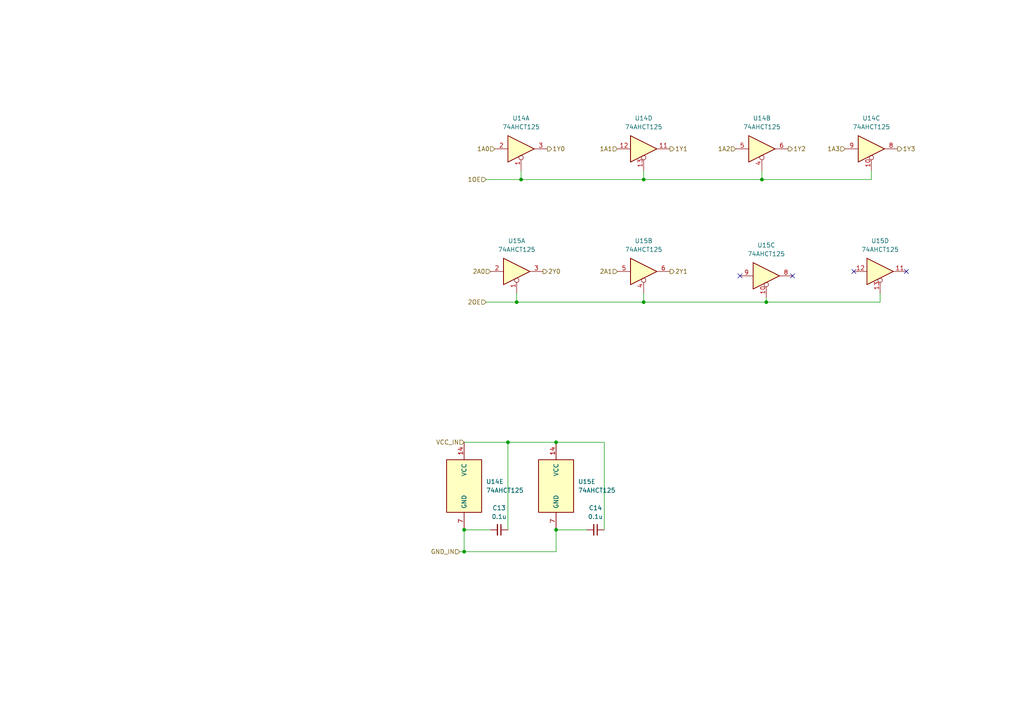
<source format=kicad_sch>
(kicad_sch
	(version 20250114)
	(generator "eeschema")
	(generator_version "9.0")
	(uuid "93150949-e166-4d7b-b90f-9df0ace2ebf5")
	(paper "A4")
	(lib_symbols
		(symbol "74xx:74AHCT125"
			(pin_names
				(offset 1.016)
			)
			(exclude_from_sim no)
			(in_bom yes)
			(on_board yes)
			(property "Reference" "U"
				(at 0 1.27 0)
				(effects
					(font
						(size 1.27 1.27)
					)
				)
			)
			(property "Value" "74AHCT125"
				(at 0 -1.27 0)
				(effects
					(font
						(size 1.27 1.27)
					)
				)
			)
			(property "Footprint" ""
				(at 0 0 0)
				(effects
					(font
						(size 1.27 1.27)
					)
					(hide yes)
				)
			)
			(property "Datasheet" "https://www.ti.com/lit/ds/symlink/sn74ahct125.pdf"
				(at 0 0 0)
				(effects
					(font
						(size 1.27 1.27)
					)
					(hide yes)
				)
			)
			(property "Description" "Quadruple Bus Buffer Gates With 3-State Outputs"
				(at 0 0 0)
				(effects
					(font
						(size 1.27 1.27)
					)
					(hide yes)
				)
			)
			(property "ki_locked" ""
				(at 0 0 0)
				(effects
					(font
						(size 1.27 1.27)
					)
				)
			)
			(property "ki_keywords" "buffer 3State"
				(at 0 0 0)
				(effects
					(font
						(size 1.27 1.27)
					)
					(hide yes)
				)
			)
			(property "ki_fp_filters" "DIP*W7.62mm* SO14* SSOP?14* TSSOP?14* SOIC*3.9x8.7mm*P1.27mm*"
				(at 0 0 0)
				(effects
					(font
						(size 1.27 1.27)
					)
					(hide yes)
				)
			)
			(symbol "74AHCT125_1_0"
				(polyline
					(pts
						(xy -3.81 3.81) (xy -3.81 -3.81) (xy 3.81 0) (xy -3.81 3.81)
					)
					(stroke
						(width 0.254)
						(type default)
					)
					(fill
						(type background)
					)
				)
				(pin input line
					(at -7.62 0 0)
					(length 3.81)
					(name "~"
						(effects
							(font
								(size 1.27 1.27)
							)
						)
					)
					(number "2"
						(effects
							(font
								(size 1.27 1.27)
							)
						)
					)
				)
				(pin input inverted
					(at 0 -6.35 90)
					(length 4.445)
					(name "~"
						(effects
							(font
								(size 1.27 1.27)
							)
						)
					)
					(number "1"
						(effects
							(font
								(size 1.27 1.27)
							)
						)
					)
				)
				(pin tri_state line
					(at 7.62 0 180)
					(length 3.81)
					(name "~"
						(effects
							(font
								(size 1.27 1.27)
							)
						)
					)
					(number "3"
						(effects
							(font
								(size 1.27 1.27)
							)
						)
					)
				)
			)
			(symbol "74AHCT125_2_0"
				(polyline
					(pts
						(xy -3.81 3.81) (xy -3.81 -3.81) (xy 3.81 0) (xy -3.81 3.81)
					)
					(stroke
						(width 0.254)
						(type default)
					)
					(fill
						(type background)
					)
				)
				(pin input line
					(at -7.62 0 0)
					(length 3.81)
					(name "~"
						(effects
							(font
								(size 1.27 1.27)
							)
						)
					)
					(number "5"
						(effects
							(font
								(size 1.27 1.27)
							)
						)
					)
				)
				(pin input inverted
					(at 0 -6.35 90)
					(length 4.445)
					(name "~"
						(effects
							(font
								(size 1.27 1.27)
							)
						)
					)
					(number "4"
						(effects
							(font
								(size 1.27 1.27)
							)
						)
					)
				)
				(pin tri_state line
					(at 7.62 0 180)
					(length 3.81)
					(name "~"
						(effects
							(font
								(size 1.27 1.27)
							)
						)
					)
					(number "6"
						(effects
							(font
								(size 1.27 1.27)
							)
						)
					)
				)
			)
			(symbol "74AHCT125_3_0"
				(polyline
					(pts
						(xy -3.81 3.81) (xy -3.81 -3.81) (xy 3.81 0) (xy -3.81 3.81)
					)
					(stroke
						(width 0.254)
						(type default)
					)
					(fill
						(type background)
					)
				)
				(pin input line
					(at -7.62 0 0)
					(length 3.81)
					(name "~"
						(effects
							(font
								(size 1.27 1.27)
							)
						)
					)
					(number "9"
						(effects
							(font
								(size 1.27 1.27)
							)
						)
					)
				)
				(pin input inverted
					(at 0 -6.35 90)
					(length 4.445)
					(name "~"
						(effects
							(font
								(size 1.27 1.27)
							)
						)
					)
					(number "10"
						(effects
							(font
								(size 1.27 1.27)
							)
						)
					)
				)
				(pin tri_state line
					(at 7.62 0 180)
					(length 3.81)
					(name "~"
						(effects
							(font
								(size 1.27 1.27)
							)
						)
					)
					(number "8"
						(effects
							(font
								(size 1.27 1.27)
							)
						)
					)
				)
			)
			(symbol "74AHCT125_4_0"
				(polyline
					(pts
						(xy -3.81 3.81) (xy -3.81 -3.81) (xy 3.81 0) (xy -3.81 3.81)
					)
					(stroke
						(width 0.254)
						(type default)
					)
					(fill
						(type background)
					)
				)
				(pin input line
					(at -7.62 0 0)
					(length 3.81)
					(name "~"
						(effects
							(font
								(size 1.27 1.27)
							)
						)
					)
					(number "12"
						(effects
							(font
								(size 1.27 1.27)
							)
						)
					)
				)
				(pin input inverted
					(at 0 -6.35 90)
					(length 4.445)
					(name "~"
						(effects
							(font
								(size 1.27 1.27)
							)
						)
					)
					(number "13"
						(effects
							(font
								(size 1.27 1.27)
							)
						)
					)
				)
				(pin tri_state line
					(at 7.62 0 180)
					(length 3.81)
					(name "~"
						(effects
							(font
								(size 1.27 1.27)
							)
						)
					)
					(number "11"
						(effects
							(font
								(size 1.27 1.27)
							)
						)
					)
				)
			)
			(symbol "74AHCT125_5_0"
				(pin power_in line
					(at 0 12.7 270)
					(length 5.08)
					(name "VCC"
						(effects
							(font
								(size 1.27 1.27)
							)
						)
					)
					(number "14"
						(effects
							(font
								(size 1.27 1.27)
							)
						)
					)
				)
				(pin power_in line
					(at 0 -12.7 90)
					(length 5.08)
					(name "GND"
						(effects
							(font
								(size 1.27 1.27)
							)
						)
					)
					(number "7"
						(effects
							(font
								(size 1.27 1.27)
							)
						)
					)
				)
			)
			(symbol "74AHCT125_5_1"
				(rectangle
					(start -5.08 7.62)
					(end 5.08 -7.62)
					(stroke
						(width 0.254)
						(type default)
					)
					(fill
						(type background)
					)
				)
			)
			(embedded_fonts no)
		)
		(symbol "Device:C_Small"
			(pin_numbers
				(hide yes)
			)
			(pin_names
				(offset 0.254)
				(hide yes)
			)
			(exclude_from_sim no)
			(in_bom yes)
			(on_board yes)
			(property "Reference" "C"
				(at 0.254 1.778 0)
				(effects
					(font
						(size 1.27 1.27)
					)
					(justify left)
				)
			)
			(property "Value" "C_Small"
				(at 0.254 -2.032 0)
				(effects
					(font
						(size 1.27 1.27)
					)
					(justify left)
				)
			)
			(property "Footprint" ""
				(at 0 0 0)
				(effects
					(font
						(size 1.27 1.27)
					)
					(hide yes)
				)
			)
			(property "Datasheet" "~"
				(at 0 0 0)
				(effects
					(font
						(size 1.27 1.27)
					)
					(hide yes)
				)
			)
			(property "Description" "Unpolarized capacitor, small symbol"
				(at 0 0 0)
				(effects
					(font
						(size 1.27 1.27)
					)
					(hide yes)
				)
			)
			(property "ki_keywords" "capacitor cap"
				(at 0 0 0)
				(effects
					(font
						(size 1.27 1.27)
					)
					(hide yes)
				)
			)
			(property "ki_fp_filters" "C_*"
				(at 0 0 0)
				(effects
					(font
						(size 1.27 1.27)
					)
					(hide yes)
				)
			)
			(symbol "C_Small_0_1"
				(polyline
					(pts
						(xy -1.524 0.508) (xy 1.524 0.508)
					)
					(stroke
						(width 0.3048)
						(type default)
					)
					(fill
						(type none)
					)
				)
				(polyline
					(pts
						(xy -1.524 -0.508) (xy 1.524 -0.508)
					)
					(stroke
						(width 0.3302)
						(type default)
					)
					(fill
						(type none)
					)
				)
			)
			(symbol "C_Small_1_1"
				(pin passive line
					(at 0 2.54 270)
					(length 2.032)
					(name "~"
						(effects
							(font
								(size 1.27 1.27)
							)
						)
					)
					(number "1"
						(effects
							(font
								(size 1.27 1.27)
							)
						)
					)
				)
				(pin passive line
					(at 0 -2.54 90)
					(length 2.032)
					(name "~"
						(effects
							(font
								(size 1.27 1.27)
							)
						)
					)
					(number "2"
						(effects
							(font
								(size 1.27 1.27)
							)
						)
					)
				)
			)
			(embedded_fonts no)
		)
	)
	(junction
		(at 151.13 52.07)
		(diameter 0)
		(color 0 0 0 0)
		(uuid "1a78a848-a0e9-4177-a8c5-9cd02a4bfdfd")
	)
	(junction
		(at 147.32 128.27)
		(diameter 0)
		(color 0 0 0 0)
		(uuid "3ed683e1-2032-4771-826f-ee1a971534f3")
	)
	(junction
		(at 186.69 52.07)
		(diameter 0)
		(color 0 0 0 0)
		(uuid "61fc3a7e-442a-436a-86c4-4ff46f19d8ac")
	)
	(junction
		(at 134.62 160.02)
		(diameter 0)
		(color 0 0 0 0)
		(uuid "7256cc44-7bef-42f8-9dff-d2f219bd7bdf")
	)
	(junction
		(at 161.29 128.27)
		(diameter 0)
		(color 0 0 0 0)
		(uuid "91f4881a-188f-446a-9f73-741acdf7f771")
	)
	(junction
		(at 186.69 87.63)
		(diameter 0)
		(color 0 0 0 0)
		(uuid "a81dd297-1e6c-444d-bf15-f5b048fac77d")
	)
	(junction
		(at 149.86 87.63)
		(diameter 0)
		(color 0 0 0 0)
		(uuid "ba21b148-9993-4fe2-9b06-1495cbf6da36")
	)
	(junction
		(at 220.98 52.07)
		(diameter 0)
		(color 0 0 0 0)
		(uuid "bc2b9147-cd63-4eae-ae79-e445714c9312")
	)
	(junction
		(at 222.25 87.63)
		(diameter 0)
		(color 0 0 0 0)
		(uuid "c182f043-e5fc-4399-82b8-02870b6efe5f")
	)
	(junction
		(at 134.62 153.67)
		(diameter 0)
		(color 0 0 0 0)
		(uuid "d1889a24-3ee7-4a79-a2ac-32383a2417d9")
	)
	(junction
		(at 161.29 153.67)
		(diameter 0)
		(color 0 0 0 0)
		(uuid "e571dca3-a208-4141-849d-2d350819d342")
	)
	(no_connect
		(at 229.87 80.01)
		(uuid "23d1349b-0942-441f-bc9a-bd8636d9eee5")
	)
	(no_connect
		(at 262.89 78.74)
		(uuid "5f642116-bb6a-49c6-9082-d86e7703392a")
	)
	(no_connect
		(at 247.65 78.74)
		(uuid "bb2520fe-a2ff-4619-ab0b-9a0794caf298")
	)
	(no_connect
		(at 214.63 80.01)
		(uuid "fef4a388-c206-4700-8bd8-227a183f6590")
	)
	(wire
		(pts
			(xy 222.25 87.63) (xy 255.27 87.63)
		)
		(stroke
			(width 0)
			(type default)
		)
		(uuid "08233562-73ef-4af1-a1a1-7016cafb6a7c")
	)
	(wire
		(pts
			(xy 151.13 52.07) (xy 186.69 52.07)
		)
		(stroke
			(width 0)
			(type default)
		)
		(uuid "1f3ee223-6ef0-4bcd-9b2e-526b43c2d0ff")
	)
	(wire
		(pts
			(xy 134.62 128.27) (xy 147.32 128.27)
		)
		(stroke
			(width 0)
			(type default)
		)
		(uuid "25adeeab-cfc6-4491-90f0-72c9d0e15c2d")
	)
	(wire
		(pts
			(xy 255.27 87.63) (xy 255.27 85.09)
		)
		(stroke
			(width 0)
			(type default)
		)
		(uuid "25e048b4-6a48-40f9-992f-42e870388e9e")
	)
	(wire
		(pts
			(xy 222.25 86.36) (xy 222.25 87.63)
		)
		(stroke
			(width 0)
			(type default)
		)
		(uuid "269c4977-7234-4c59-bf3e-470b05cf7314")
	)
	(wire
		(pts
			(xy 252.73 52.07) (xy 252.73 49.53)
		)
		(stroke
			(width 0)
			(type default)
		)
		(uuid "4547a07f-9166-40d2-a4c8-9820c034ede5")
	)
	(wire
		(pts
			(xy 134.62 153.67) (xy 134.62 160.02)
		)
		(stroke
			(width 0)
			(type default)
		)
		(uuid "5ada9fea-6664-4785-bbd1-dde66316e561")
	)
	(wire
		(pts
			(xy 134.62 160.02) (xy 161.29 160.02)
		)
		(stroke
			(width 0)
			(type default)
		)
		(uuid "5b4b08ee-5233-4e6c-a85e-21bb50c140b1")
	)
	(wire
		(pts
			(xy 140.97 87.63) (xy 149.86 87.63)
		)
		(stroke
			(width 0)
			(type default)
		)
		(uuid "690cca53-35a5-4c5c-a380-8c17c7ac907d")
	)
	(wire
		(pts
			(xy 147.32 128.27) (xy 161.29 128.27)
		)
		(stroke
			(width 0)
			(type default)
		)
		(uuid "6b708461-d261-43e4-94a2-6986ab5b8794")
	)
	(wire
		(pts
			(xy 161.29 153.67) (xy 170.18 153.67)
		)
		(stroke
			(width 0)
			(type default)
		)
		(uuid "775127bd-7390-4d2e-9b4d-79825b2bd147")
	)
	(wire
		(pts
			(xy 186.69 52.07) (xy 220.98 52.07)
		)
		(stroke
			(width 0)
			(type default)
		)
		(uuid "799ed0e4-271d-439d-a4fc-f0171dd2a85d")
	)
	(wire
		(pts
			(xy 151.13 49.53) (xy 151.13 52.07)
		)
		(stroke
			(width 0)
			(type default)
		)
		(uuid "7c243fb6-8067-41be-9e40-1ceea9d0c8a6")
	)
	(wire
		(pts
			(xy 134.62 153.67) (xy 142.24 153.67)
		)
		(stroke
			(width 0)
			(type default)
		)
		(uuid "84665c09-397e-49e4-86a4-8991797c909e")
	)
	(wire
		(pts
			(xy 161.29 128.27) (xy 175.26 128.27)
		)
		(stroke
			(width 0)
			(type default)
		)
		(uuid "855c628a-0d75-485a-9e34-36de64676020")
	)
	(wire
		(pts
			(xy 161.29 160.02) (xy 161.29 153.67)
		)
		(stroke
			(width 0)
			(type default)
		)
		(uuid "8a2b4d54-29ac-44a9-a8d1-758515552e73")
	)
	(wire
		(pts
			(xy 133.35 160.02) (xy 134.62 160.02)
		)
		(stroke
			(width 0)
			(type default)
		)
		(uuid "8b55d5ce-dce7-4bc4-a5b4-fb8b770dfc6b")
	)
	(wire
		(pts
			(xy 220.98 49.53) (xy 220.98 52.07)
		)
		(stroke
			(width 0)
			(type default)
		)
		(uuid "95f97714-ad09-45a7-bcc4-ffb46ec61557")
	)
	(wire
		(pts
			(xy 220.98 52.07) (xy 252.73 52.07)
		)
		(stroke
			(width 0)
			(type default)
		)
		(uuid "99dbeccf-e360-4ee8-a7ce-a54d137a0e38")
	)
	(wire
		(pts
			(xy 186.69 49.53) (xy 186.69 52.07)
		)
		(stroke
			(width 0)
			(type default)
		)
		(uuid "a80231d0-d8a6-4986-89ff-77d0409f3cac")
	)
	(wire
		(pts
			(xy 149.86 85.09) (xy 149.86 87.63)
		)
		(stroke
			(width 0)
			(type default)
		)
		(uuid "b787b557-de2d-48e4-8911-d6b0fe213e77")
	)
	(wire
		(pts
			(xy 186.69 85.09) (xy 186.69 87.63)
		)
		(stroke
			(width 0)
			(type default)
		)
		(uuid "bb972903-d97b-4d34-8dc2-7e55da7a8720")
	)
	(wire
		(pts
			(xy 140.97 52.07) (xy 151.13 52.07)
		)
		(stroke
			(width 0)
			(type default)
		)
		(uuid "c3d1264e-4552-4bc5-b039-9972aea037a6")
	)
	(wire
		(pts
			(xy 186.69 87.63) (xy 222.25 87.63)
		)
		(stroke
			(width 0)
			(type default)
		)
		(uuid "c58ba556-58a4-4e41-9609-e7998b4ecca2")
	)
	(wire
		(pts
			(xy 149.86 87.63) (xy 186.69 87.63)
		)
		(stroke
			(width 0)
			(type default)
		)
		(uuid "c9b3d67b-4d7a-45a1-8671-eff1e9c2454e")
	)
	(wire
		(pts
			(xy 175.26 153.67) (xy 175.26 128.27)
		)
		(stroke
			(width 0)
			(type default)
		)
		(uuid "e099d647-6f16-4b85-b0d5-15de6dbc7e77")
	)
	(wire
		(pts
			(xy 147.32 153.67) (xy 147.32 128.27)
		)
		(stroke
			(width 0)
			(type default)
		)
		(uuid "f9118307-bca3-4084-8853-dc8c7255f2fb")
	)
	(hierarchical_label "VCC_IN"
		(shape input)
		(at 134.62 128.27 180)
		(effects
			(font
				(size 1.27 1.27)
			)
			(justify right)
		)
		(uuid "1b9b98b8-33a8-4c74-b46a-ba831a7285e5")
	)
	(hierarchical_label "GND_IN"
		(shape input)
		(at 133.35 160.02 180)
		(effects
			(font
				(size 1.27 1.27)
			)
			(justify right)
		)
		(uuid "1b9b98b8-33a8-4c74-b46a-ba831a7285e6")
	)
	(hierarchical_label "1OE"
		(shape input)
		(at 140.97 52.07 180)
		(effects
			(font
				(size 1.27 1.27)
			)
			(justify right)
		)
		(uuid "1b9b98b8-33a8-4c74-b46a-ba831a7285e7")
	)
	(hierarchical_label "1A0"
		(shape input)
		(at 143.51 43.18 180)
		(effects
			(font
				(size 1.27 1.27)
			)
			(justify right)
		)
		(uuid "1b9b98b8-33a8-4c74-b46a-ba831a7285e8")
	)
	(hierarchical_label "2A0"
		(shape input)
		(at 142.24 78.74 180)
		(effects
			(font
				(size 1.27 1.27)
			)
			(justify right)
		)
		(uuid "1b9b98b8-33a8-4c74-b46a-ba831a7285e9")
	)
	(hierarchical_label "2OE"
		(shape input)
		(at 140.97 87.63 180)
		(effects
			(font
				(size 1.27 1.27)
			)
			(justify right)
		)
		(uuid "1b9b98b8-33a8-4c74-b46a-ba831a7285ea")
	)
	(hierarchical_label "1A1"
		(shape input)
		(at 179.07 43.18 180)
		(effects
			(font
				(size 1.27 1.27)
			)
			(justify right)
		)
		(uuid "1b9b98b8-33a8-4c74-b46a-ba831a7285eb")
	)
	(hierarchical_label "2A1"
		(shape input)
		(at 179.07 78.74 180)
		(effects
			(font
				(size 1.27 1.27)
			)
			(justify right)
		)
		(uuid "1b9b98b8-33a8-4c74-b46a-ba831a7285ec")
	)
	(hierarchical_label "1A3"
		(shape input)
		(at 245.11 43.18 180)
		(effects
			(font
				(size 1.27 1.27)
			)
			(justify right)
		)
		(uuid "1b9b98b8-33a8-4c74-b46a-ba831a7285ed")
	)
	(hierarchical_label "1A2"
		(shape input)
		(at 213.36 43.18 180)
		(effects
			(font
				(size 1.27 1.27)
			)
			(justify right)
		)
		(uuid "1b9b98b8-33a8-4c74-b46a-ba831a7285ee")
	)
	(hierarchical_label "2Y0"
		(shape output)
		(at 157.48 78.74 0)
		(effects
			(font
				(size 1.27 1.27)
			)
			(justify left)
		)
		(uuid "dd223516-69a4-4bcb-b47e-77464fb3a741")
	)
	(hierarchical_label "1Y0"
		(shape output)
		(at 158.75 43.18 0)
		(effects
			(font
				(size 1.27 1.27)
			)
			(justify left)
		)
		(uuid "dd223516-69a4-4bcb-b47e-77464fb3a742")
	)
	(hierarchical_label "1Y1"
		(shape output)
		(at 194.31 43.18 0)
		(effects
			(font
				(size 1.27 1.27)
			)
			(justify left)
		)
		(uuid "dd223516-69a4-4bcb-b47e-77464fb3a743")
	)
	(hierarchical_label "2Y1"
		(shape output)
		(at 194.31 78.74 0)
		(effects
			(font
				(size 1.27 1.27)
			)
			(justify left)
		)
		(uuid "dd223516-69a4-4bcb-b47e-77464fb3a744")
	)
	(hierarchical_label "1Y2"
		(shape output)
		(at 228.6 43.18 0)
		(effects
			(font
				(size 1.27 1.27)
			)
			(justify left)
		)
		(uuid "dd223516-69a4-4bcb-b47e-77464fb3a745")
	)
	(hierarchical_label "1Y3"
		(shape output)
		(at 260.35 43.18 0)
		(effects
			(font
				(size 1.27 1.27)
			)
			(justify left)
		)
		(uuid "dd223516-69a4-4bcb-b47e-77464fb3a746")
	)
	(symbol
		(lib_id "74xx:74AHCT125")
		(at 220.98 43.18 0)
		(unit 2)
		(exclude_from_sim no)
		(in_bom yes)
		(on_board yes)
		(dnp no)
		(fields_autoplaced yes)
		(uuid "1421802f-e0b8-43ee-a7a5-7ac7ebdf7571")
		(property "Reference" "U14"
			(at 220.98 34.29 0)
			(effects
				(font
					(size 1.27 1.27)
				)
			)
		)
		(property "Value" "74AHCT125"
			(at 220.98 36.83 0)
			(effects
				(font
					(size 1.27 1.27)
				)
			)
		)
		(property "Footprint" "Package_DIP:DIP-14_W7.62mm"
			(at 220.98 43.18 0)
			(effects
				(font
					(size 1.27 1.27)
				)
				(hide yes)
			)
		)
		(property "Datasheet" "https://www.ti.com/lit/ds/symlink/sn74ahct125.pdf"
			(at 220.98 43.18 0)
			(effects
				(font
					(size 1.27 1.27)
				)
				(hide yes)
			)
		)
		(property "Description" "Quadruple Bus Buffer Gates With 3-State Outputs"
			(at 220.98 43.18 0)
			(effects
				(font
					(size 1.27 1.27)
				)
				(hide yes)
			)
		)
		(pin "14"
			(uuid "1bb5e656-9d1e-4225-8675-00d07baed5e8")
		)
		(pin "2"
			(uuid "21c0189f-c70a-4276-b045-8e9e40258d3f")
		)
		(pin "1"
			(uuid "ec600467-d1cd-4bc7-928e-cc3e15e9d0d0")
		)
		(pin "5"
			(uuid "502eb8bf-66d9-440d-a992-8e783af56366")
		)
		(pin "4"
			(uuid "100b2cae-2dd7-4048-910c-bf4318cf2700")
		)
		(pin "9"
			(uuid "14190706-a8e3-4d55-84ae-71af4d0cbaed")
		)
		(pin "10"
			(uuid "68a8ab23-8a50-49b6-be8b-6086cd880340")
		)
		(pin "6"
			(uuid "21a57d25-2f69-47e5-9d80-19c404312d0d")
		)
		(pin "12"
			(uuid "26dc248e-8e4a-4bdf-80d4-d1e94b0da017")
		)
		(pin "13"
			(uuid "8e680345-e798-40f6-9580-0140e4e2109d")
		)
		(pin "11"
			(uuid "e4bbe158-4330-40db-97ba-d8e0ba5fba63")
		)
		(pin "3"
			(uuid "d4430e65-7b24-43ef-a4c1-63892898f0d8")
		)
		(pin "8"
			(uuid "40e15974-a84e-495a-9ccf-e65017c258dc")
		)
		(pin "7"
			(uuid "f00cebb6-085c-49d7-9df2-102c851861e7")
		)
		(instances
			(project "OrganSPIToParallel"
				(path "/fd6c92cd-165f-49e4-b03e-7f714f0504e9/cc9793ed-1e7b-4bee-8981-bed96b0dcbec"
					(reference "U14")
					(unit 2)
				)
			)
		)
	)
	(symbol
		(lib_id "74xx:74AHCT125")
		(at 134.62 140.97 0)
		(unit 5)
		(exclude_from_sim no)
		(in_bom yes)
		(on_board yes)
		(dnp no)
		(fields_autoplaced yes)
		(uuid "3e031733-7c53-46f8-ae7b-d8268ab66277")
		(property "Reference" "U14"
			(at 140.97 139.6999 0)
			(effects
				(font
					(size 1.27 1.27)
				)
				(justify left)
			)
		)
		(property "Value" "74AHCT125"
			(at 140.97 142.2399 0)
			(effects
				(font
					(size 1.27 1.27)
				)
				(justify left)
			)
		)
		(property "Footprint" "Package_DIP:DIP-14_W7.62mm"
			(at 134.62 140.97 0)
			(effects
				(font
					(size 1.27 1.27)
				)
				(hide yes)
			)
		)
		(property "Datasheet" "https://www.ti.com/lit/ds/symlink/sn74ahct125.pdf"
			(at 134.62 140.97 0)
			(effects
				(font
					(size 1.27 1.27)
				)
				(hide yes)
			)
		)
		(property "Description" "Quadruple Bus Buffer Gates With 3-State Outputs"
			(at 134.62 140.97 0)
			(effects
				(font
					(size 1.27 1.27)
				)
				(hide yes)
			)
		)
		(pin "14"
			(uuid "1bb5e656-9d1e-4225-8675-00d07baed5ea")
		)
		(pin "2"
			(uuid "21c0189f-c70a-4276-b045-8e9e40258d41")
		)
		(pin "1"
			(uuid "ec600467-d1cd-4bc7-928e-cc3e15e9d0d2")
		)
		(pin "5"
			(uuid "502eb8bf-66d9-440d-a992-8e783af56368")
		)
		(pin "4"
			(uuid "100b2cae-2dd7-4048-910c-bf4318cf2702")
		)
		(pin "9"
			(uuid "14190706-a8e3-4d55-84ae-71af4d0cbaef")
		)
		(pin "10"
			(uuid "68a8ab23-8a50-49b6-be8b-6086cd880342")
		)
		(pin "6"
			(uuid "21a57d25-2f69-47e5-9d80-19c404312d0f")
		)
		(pin "12"
			(uuid "26dc248e-8e4a-4bdf-80d4-d1e94b0da019")
		)
		(pin "13"
			(uuid "8e680345-e798-40f6-9580-0140e4e2109f")
		)
		(pin "11"
			(uuid "e4bbe158-4330-40db-97ba-d8e0ba5fba65")
		)
		(pin "3"
			(uuid "d4430e65-7b24-43ef-a4c1-63892898f0da")
		)
		(pin "8"
			(uuid "40e15974-a84e-495a-9ccf-e65017c258de")
		)
		(pin "7"
			(uuid "f00cebb6-085c-49d7-9df2-102c851861e9")
		)
		(instances
			(project "OrganSPIToParallel"
				(path "/fd6c92cd-165f-49e4-b03e-7f714f0504e9/cc9793ed-1e7b-4bee-8981-bed96b0dcbec"
					(reference "U14")
					(unit 5)
				)
			)
		)
	)
	(symbol
		(lib_id "Device:C_Small")
		(at 144.78 153.67 270)
		(unit 1)
		(exclude_from_sim no)
		(in_bom yes)
		(on_board yes)
		(dnp no)
		(fields_autoplaced yes)
		(uuid "5b709e58-b3d1-46e1-868b-0770d126f4b1")
		(property "Reference" "C13"
			(at 144.7736 147.32 90)
			(effects
				(font
					(size 1.27 1.27)
				)
			)
		)
		(property "Value" "0.1u"
			(at 144.7736 149.86 90)
			(effects
				(font
					(size 1.27 1.27)
				)
			)
		)
		(property "Footprint" "Capacitor_SMD:C_0805_2012Metric"
			(at 144.78 153.67 0)
			(effects
				(font
					(size 1.27 1.27)
				)
				(hide yes)
			)
		)
		(property "Datasheet" "~"
			(at 144.78 153.67 0)
			(effects
				(font
					(size 1.27 1.27)
				)
				(hide yes)
			)
		)
		(property "Description" "Unpolarized capacitor, small symbol"
			(at 144.78 153.67 0)
			(effects
				(font
					(size 1.27 1.27)
				)
				(hide yes)
			)
		)
		(pin "2"
			(uuid "9697bb92-77a6-422e-8e58-72d7b3e575cc")
		)
		(pin "1"
			(uuid "62da5191-bf3f-4a2f-9463-c9a704263f0d")
		)
		(instances
			(project "OrganSPIToParallel"
				(path "/fd6c92cd-165f-49e4-b03e-7f714f0504e9/cc9793ed-1e7b-4bee-8981-bed96b0dcbec"
					(reference "C13")
					(unit 1)
				)
			)
		)
	)
	(symbol
		(lib_id "74xx:74AHCT125")
		(at 222.25 80.01 0)
		(unit 3)
		(exclude_from_sim no)
		(in_bom yes)
		(on_board yes)
		(dnp no)
		(fields_autoplaced yes)
		(uuid "71e49ec9-f5f9-4730-a955-75ef86a23d78")
		(property "Reference" "U15"
			(at 222.25 71.12 0)
			(effects
				(font
					(size 1.27 1.27)
				)
			)
		)
		(property "Value" "74AHCT125"
			(at 222.25 73.66 0)
			(effects
				(font
					(size 1.27 1.27)
				)
			)
		)
		(property "Footprint" "Package_DIP:DIP-14_W7.62mm"
			(at 222.25 80.01 0)
			(effects
				(font
					(size 1.27 1.27)
				)
				(hide yes)
			)
		)
		(property "Datasheet" "https://www.ti.com/lit/ds/symlink/sn74ahct125.pdf"
			(at 222.25 80.01 0)
			(effects
				(font
					(size 1.27 1.27)
				)
				(hide yes)
			)
		)
		(property "Description" "Quadruple Bus Buffer Gates With 3-State Outputs"
			(at 222.25 80.01 0)
			(effects
				(font
					(size 1.27 1.27)
				)
				(hide yes)
			)
		)
		(pin "12"
			(uuid "71452ea7-dd7f-45c0-a598-272bd49d271a")
		)
		(pin "11"
			(uuid "af87dbfd-8d18-4f14-9446-beafb49f8631")
		)
		(pin "2"
			(uuid "c38b4dd8-edfd-41ba-b629-83c927ea1003")
		)
		(pin "9"
			(uuid "46d1e14c-cf0b-45c1-999d-33c2a903551a")
		)
		(pin "4"
			(uuid "5f3c148d-6a09-497b-93cb-c96bbf6c0a20")
		)
		(pin "10"
			(uuid "3dfacd16-267d-4bd6-b511-eb42d7db787e")
		)
		(pin "1"
			(uuid "b4409d83-4487-4abf-ba23-dc48d27603c5")
		)
		(pin "3"
			(uuid "360ae129-6ba7-45cd-b1a4-acc08112941b")
		)
		(pin "8"
			(uuid "57a9b86c-b14b-42c0-a2f3-de32da0ec08c")
		)
		(pin "5"
			(uuid "0454b09b-559e-4674-b9a7-309004926ee8")
		)
		(pin "6"
			(uuid "d774f870-27d0-48c8-8871-2e7ae847bd49")
		)
		(pin "13"
			(uuid "9c8ba3e2-ad15-480a-8464-0c741d6a1078")
		)
		(pin "7"
			(uuid "f027df7b-131c-4b98-8423-0bc9067daf0a")
		)
		(pin "14"
			(uuid "d36793e0-cfdc-4040-ac18-dcd81c9aaf42")
		)
		(instances
			(project ""
				(path "/fd6c92cd-165f-49e4-b03e-7f714f0504e9/cc9793ed-1e7b-4bee-8981-bed96b0dcbec"
					(reference "U15")
					(unit 3)
				)
			)
		)
	)
	(symbol
		(lib_id "74xx:74AHCT125")
		(at 149.86 78.74 0)
		(unit 1)
		(exclude_from_sim no)
		(in_bom yes)
		(on_board yes)
		(dnp no)
		(fields_autoplaced yes)
		(uuid "7dad7ecf-e924-4830-b6f6-562d9aabe0fc")
		(property "Reference" "U15"
			(at 149.86 69.85 0)
			(effects
				(font
					(size 1.27 1.27)
				)
			)
		)
		(property "Value" "74AHCT125"
			(at 149.86 72.39 0)
			(effects
				(font
					(size 1.27 1.27)
				)
			)
		)
		(property "Footprint" "Package_DIP:DIP-14_W7.62mm"
			(at 149.86 78.74 0)
			(effects
				(font
					(size 1.27 1.27)
				)
				(hide yes)
			)
		)
		(property "Datasheet" "https://www.ti.com/lit/ds/symlink/sn74ahct125.pdf"
			(at 149.86 78.74 0)
			(effects
				(font
					(size 1.27 1.27)
				)
				(hide yes)
			)
		)
		(property "Description" "Quadruple Bus Buffer Gates With 3-State Outputs"
			(at 149.86 78.74 0)
			(effects
				(font
					(size 1.27 1.27)
				)
				(hide yes)
			)
		)
		(pin "12"
			(uuid "71452ea7-dd7f-45c0-a598-272bd49d271b")
		)
		(pin "11"
			(uuid "af87dbfd-8d18-4f14-9446-beafb49f8632")
		)
		(pin "2"
			(uuid "c38b4dd8-edfd-41ba-b629-83c927ea1004")
		)
		(pin "9"
			(uuid "46d1e14c-cf0b-45c1-999d-33c2a903551b")
		)
		(pin "4"
			(uuid "5f3c148d-6a09-497b-93cb-c96bbf6c0a21")
		)
		(pin "10"
			(uuid "3dfacd16-267d-4bd6-b511-eb42d7db787f")
		)
		(pin "1"
			(uuid "b4409d83-4487-4abf-ba23-dc48d27603c6")
		)
		(pin "3"
			(uuid "360ae129-6ba7-45cd-b1a4-acc08112941c")
		)
		(pin "8"
			(uuid "57a9b86c-b14b-42c0-a2f3-de32da0ec08d")
		)
		(pin "5"
			(uuid "0454b09b-559e-4674-b9a7-309004926ee9")
		)
		(pin "6"
			(uuid "d774f870-27d0-48c8-8871-2e7ae847bd4a")
		)
		(pin "13"
			(uuid "9c8ba3e2-ad15-480a-8464-0c741d6a1079")
		)
		(pin "7"
			(uuid "f027df7b-131c-4b98-8423-0bc9067daf0b")
		)
		(pin "14"
			(uuid "d36793e0-cfdc-4040-ac18-dcd81c9aaf43")
		)
		(instances
			(project ""
				(path "/fd6c92cd-165f-49e4-b03e-7f714f0504e9/cc9793ed-1e7b-4bee-8981-bed96b0dcbec"
					(reference "U15")
					(unit 1)
				)
			)
		)
	)
	(symbol
		(lib_id "74xx:74AHCT125")
		(at 252.73 43.18 0)
		(unit 3)
		(exclude_from_sim no)
		(in_bom yes)
		(on_board yes)
		(dnp no)
		(fields_autoplaced yes)
		(uuid "80892142-192e-408b-81fd-a7381619c5ee")
		(property "Reference" "U14"
			(at 252.73 34.29 0)
			(effects
				(font
					(size 1.27 1.27)
				)
			)
		)
		(property "Value" "74AHCT125"
			(at 252.73 36.83 0)
			(effects
				(font
					(size 1.27 1.27)
				)
			)
		)
		(property "Footprint" "Package_DIP:DIP-14_W7.62mm"
			(at 252.73 43.18 0)
			(effects
				(font
					(size 1.27 1.27)
				)
				(hide yes)
			)
		)
		(property "Datasheet" "https://www.ti.com/lit/ds/symlink/sn74ahct125.pdf"
			(at 252.73 43.18 0)
			(effects
				(font
					(size 1.27 1.27)
				)
				(hide yes)
			)
		)
		(property "Description" "Quadruple Bus Buffer Gates With 3-State Outputs"
			(at 252.73 43.18 0)
			(effects
				(font
					(size 1.27 1.27)
				)
				(hide yes)
			)
		)
		(pin "14"
			(uuid "1bb5e656-9d1e-4225-8675-00d07baed5e6")
		)
		(pin "2"
			(uuid "21c0189f-c70a-4276-b045-8e9e40258d3d")
		)
		(pin "1"
			(uuid "ec600467-d1cd-4bc7-928e-cc3e15e9d0ce")
		)
		(pin "5"
			(uuid "502eb8bf-66d9-440d-a992-8e783af56364")
		)
		(pin "4"
			(uuid "100b2cae-2dd7-4048-910c-bf4318cf26fe")
		)
		(pin "9"
			(uuid "14190706-a8e3-4d55-84ae-71af4d0cbaeb")
		)
		(pin "10"
			(uuid "68a8ab23-8a50-49b6-be8b-6086cd88033e")
		)
		(pin "6"
			(uuid "21a57d25-2f69-47e5-9d80-19c404312d0b")
		)
		(pin "12"
			(uuid "26dc248e-8e4a-4bdf-80d4-d1e94b0da015")
		)
		(pin "13"
			(uuid "8e680345-e798-40f6-9580-0140e4e2109b")
		)
		(pin "11"
			(uuid "e4bbe158-4330-40db-97ba-d8e0ba5fba61")
		)
		(pin "3"
			(uuid "d4430e65-7b24-43ef-a4c1-63892898f0d6")
		)
		(pin "8"
			(uuid "40e15974-a84e-495a-9ccf-e65017c258da")
		)
		(pin "7"
			(uuid "f00cebb6-085c-49d7-9df2-102c851861e5")
		)
		(instances
			(project "OrganSPIToParallel"
				(path "/fd6c92cd-165f-49e4-b03e-7f714f0504e9/cc9793ed-1e7b-4bee-8981-bed96b0dcbec"
					(reference "U14")
					(unit 3)
				)
			)
		)
	)
	(symbol
		(lib_id "Device:C_Small")
		(at 172.72 153.67 270)
		(unit 1)
		(exclude_from_sim no)
		(in_bom yes)
		(on_board yes)
		(dnp no)
		(fields_autoplaced yes)
		(uuid "8bf9ecb1-a19c-4e05-9428-e3f5160ef35f")
		(property "Reference" "C14"
			(at 172.7136 147.32 90)
			(effects
				(font
					(size 1.27 1.27)
				)
			)
		)
		(property "Value" "0.1u"
			(at 172.7136 149.86 90)
			(effects
				(font
					(size 1.27 1.27)
				)
			)
		)
		(property "Footprint" "Capacitor_SMD:C_0805_2012Metric"
			(at 172.72 153.67 0)
			(effects
				(font
					(size 1.27 1.27)
				)
				(hide yes)
			)
		)
		(property "Datasheet" "~"
			(at 172.72 153.67 0)
			(effects
				(font
					(size 1.27 1.27)
				)
				(hide yes)
			)
		)
		(property "Description" "Unpolarized capacitor, small symbol"
			(at 172.72 153.67 0)
			(effects
				(font
					(size 1.27 1.27)
				)
				(hide yes)
			)
		)
		(pin "2"
			(uuid "6508f123-5886-4f53-af59-65113acc812c")
		)
		(pin "1"
			(uuid "b6e30bae-ebbe-43b7-805a-c94f8edc9e4f")
		)
		(instances
			(project "OrganSPIToParallel"
				(path "/fd6c92cd-165f-49e4-b03e-7f714f0504e9/cc9793ed-1e7b-4bee-8981-bed96b0dcbec"
					(reference "C14")
					(unit 1)
				)
			)
		)
	)
	(symbol
		(lib_id "74xx:74AHCT125")
		(at 161.29 140.97 0)
		(unit 5)
		(exclude_from_sim no)
		(in_bom yes)
		(on_board yes)
		(dnp no)
		(fields_autoplaced yes)
		(uuid "95248fbb-7d96-4490-8d5a-0f73aded3ff1")
		(property "Reference" "U15"
			(at 167.64 139.6999 0)
			(effects
				(font
					(size 1.27 1.27)
				)
				(justify left)
			)
		)
		(property "Value" "74AHCT125"
			(at 167.64 142.2399 0)
			(effects
				(font
					(size 1.27 1.27)
				)
				(justify left)
			)
		)
		(property "Footprint" "Package_DIP:DIP-14_W7.62mm"
			(at 161.29 140.97 0)
			(effects
				(font
					(size 1.27 1.27)
				)
				(hide yes)
			)
		)
		(property "Datasheet" "https://www.ti.com/lit/ds/symlink/sn74ahct125.pdf"
			(at 161.29 140.97 0)
			(effects
				(font
					(size 1.27 1.27)
				)
				(hide yes)
			)
		)
		(property "Description" "Quadruple Bus Buffer Gates With 3-State Outputs"
			(at 161.29 140.97 0)
			(effects
				(font
					(size 1.27 1.27)
				)
				(hide yes)
			)
		)
		(pin "12"
			(uuid "71452ea7-dd7f-45c0-a598-272bd49d271c")
		)
		(pin "11"
			(uuid "af87dbfd-8d18-4f14-9446-beafb49f8633")
		)
		(pin "2"
			(uuid "c38b4dd8-edfd-41ba-b629-83c927ea1005")
		)
		(pin "9"
			(uuid "46d1e14c-cf0b-45c1-999d-33c2a903551c")
		)
		(pin "4"
			(uuid "5f3c148d-6a09-497b-93cb-c96bbf6c0a22")
		)
		(pin "10"
			(uuid "3dfacd16-267d-4bd6-b511-eb42d7db7880")
		)
		(pin "1"
			(uuid "b4409d83-4487-4abf-ba23-dc48d27603c7")
		)
		(pin "3"
			(uuid "360ae129-6ba7-45cd-b1a4-acc08112941d")
		)
		(pin "8"
			(uuid "57a9b86c-b14b-42c0-a2f3-de32da0ec08e")
		)
		(pin "5"
			(uuid "0454b09b-559e-4674-b9a7-309004926eea")
		)
		(pin "6"
			(uuid "d774f870-27d0-48c8-8871-2e7ae847bd4b")
		)
		(pin "13"
			(uuid "9c8ba3e2-ad15-480a-8464-0c741d6a107a")
		)
		(pin "7"
			(uuid "f027df7b-131c-4b98-8423-0bc9067daf0c")
		)
		(pin "14"
			(uuid "d36793e0-cfdc-4040-ac18-dcd81c9aaf44")
		)
		(instances
			(project ""
				(path "/fd6c92cd-165f-49e4-b03e-7f714f0504e9/cc9793ed-1e7b-4bee-8981-bed96b0dcbec"
					(reference "U15")
					(unit 5)
				)
			)
		)
	)
	(symbol
		(lib_id "74xx:74AHCT125")
		(at 151.13 43.18 0)
		(unit 1)
		(exclude_from_sim no)
		(in_bom yes)
		(on_board yes)
		(dnp no)
		(fields_autoplaced yes)
		(uuid "9aeccf65-1900-40be-b377-1dd281984b94")
		(property "Reference" "U14"
			(at 151.13 34.29 0)
			(effects
				(font
					(size 1.27 1.27)
				)
			)
		)
		(property "Value" "74AHCT125"
			(at 151.13 36.83 0)
			(effects
				(font
					(size 1.27 1.27)
				)
			)
		)
		(property "Footprint" "Package_DIP:DIP-14_W7.62mm"
			(at 151.13 43.18 0)
			(effects
				(font
					(size 1.27 1.27)
				)
				(hide yes)
			)
		)
		(property "Datasheet" "https://www.ti.com/lit/ds/symlink/sn74ahct125.pdf"
			(at 151.13 43.18 0)
			(effects
				(font
					(size 1.27 1.27)
				)
				(hide yes)
			)
		)
		(property "Description" "Quadruple Bus Buffer Gates With 3-State Outputs"
			(at 151.13 43.18 0)
			(effects
				(font
					(size 1.27 1.27)
				)
				(hide yes)
			)
		)
		(pin "14"
			(uuid "1bb5e656-9d1e-4225-8675-00d07baed5e9")
		)
		(pin "2"
			(uuid "21c0189f-c70a-4276-b045-8e9e40258d40")
		)
		(pin "1"
			(uuid "ec600467-d1cd-4bc7-928e-cc3e15e9d0d1")
		)
		(pin "5"
			(uuid "502eb8bf-66d9-440d-a992-8e783af56367")
		)
		(pin "4"
			(uuid "100b2cae-2dd7-4048-910c-bf4318cf2701")
		)
		(pin "9"
			(uuid "14190706-a8e3-4d55-84ae-71af4d0cbaee")
		)
		(pin "10"
			(uuid "68a8ab23-8a50-49b6-be8b-6086cd880341")
		)
		(pin "6"
			(uuid "21a57d25-2f69-47e5-9d80-19c404312d0e")
		)
		(pin "12"
			(uuid "26dc248e-8e4a-4bdf-80d4-d1e94b0da018")
		)
		(pin "13"
			(uuid "8e680345-e798-40f6-9580-0140e4e2109e")
		)
		(pin "11"
			(uuid "e4bbe158-4330-40db-97ba-d8e0ba5fba64")
		)
		(pin "3"
			(uuid "d4430e65-7b24-43ef-a4c1-63892898f0d9")
		)
		(pin "8"
			(uuid "40e15974-a84e-495a-9ccf-e65017c258dd")
		)
		(pin "7"
			(uuid "f00cebb6-085c-49d7-9df2-102c851861e8")
		)
		(instances
			(project "OrganSPIToParallel"
				(path "/fd6c92cd-165f-49e4-b03e-7f714f0504e9/cc9793ed-1e7b-4bee-8981-bed96b0dcbec"
					(reference "U14")
					(unit 1)
				)
			)
		)
	)
	(symbol
		(lib_id "74xx:74AHCT125")
		(at 186.69 43.18 0)
		(unit 4)
		(exclude_from_sim no)
		(in_bom yes)
		(on_board yes)
		(dnp no)
		(fields_autoplaced yes)
		(uuid "9cbdca0c-b298-4143-86e6-8158f57462f8")
		(property "Reference" "U14"
			(at 186.69 34.29 0)
			(effects
				(font
					(size 1.27 1.27)
				)
			)
		)
		(property "Value" "74AHCT125"
			(at 186.69 36.83 0)
			(effects
				(font
					(size 1.27 1.27)
				)
			)
		)
		(property "Footprint" "Package_DIP:DIP-14_W7.62mm"
			(at 186.69 43.18 0)
			(effects
				(font
					(size 1.27 1.27)
				)
				(hide yes)
			)
		)
		(property "Datasheet" "https://www.ti.com/lit/ds/symlink/sn74ahct125.pdf"
			(at 186.69 43.18 0)
			(effects
				(font
					(size 1.27 1.27)
				)
				(hide yes)
			)
		)
		(property "Description" "Quadruple Bus Buffer Gates With 3-State Outputs"
			(at 186.69 43.18 0)
			(effects
				(font
					(size 1.27 1.27)
				)
				(hide yes)
			)
		)
		(pin "14"
			(uuid "1bb5e656-9d1e-4225-8675-00d07baed5e7")
		)
		(pin "2"
			(uuid "21c0189f-c70a-4276-b045-8e9e40258d3e")
		)
		(pin "1"
			(uuid "ec600467-d1cd-4bc7-928e-cc3e15e9d0cf")
		)
		(pin "5"
			(uuid "502eb8bf-66d9-440d-a992-8e783af56365")
		)
		(pin "4"
			(uuid "100b2cae-2dd7-4048-910c-bf4318cf26ff")
		)
		(pin "9"
			(uuid "14190706-a8e3-4d55-84ae-71af4d0cbaec")
		)
		(pin "10"
			(uuid "68a8ab23-8a50-49b6-be8b-6086cd88033f")
		)
		(pin "6"
			(uuid "21a57d25-2f69-47e5-9d80-19c404312d0c")
		)
		(pin "12"
			(uuid "26dc248e-8e4a-4bdf-80d4-d1e94b0da016")
		)
		(pin "13"
			(uuid "8e680345-e798-40f6-9580-0140e4e2109c")
		)
		(pin "11"
			(uuid "e4bbe158-4330-40db-97ba-d8e0ba5fba62")
		)
		(pin "3"
			(uuid "d4430e65-7b24-43ef-a4c1-63892898f0d7")
		)
		(pin "8"
			(uuid "40e15974-a84e-495a-9ccf-e65017c258db")
		)
		(pin "7"
			(uuid "f00cebb6-085c-49d7-9df2-102c851861e6")
		)
		(instances
			(project "OrganSPIToParallel"
				(path "/fd6c92cd-165f-49e4-b03e-7f714f0504e9/cc9793ed-1e7b-4bee-8981-bed96b0dcbec"
					(reference "U14")
					(unit 4)
				)
			)
		)
	)
	(symbol
		(lib_id "74xx:74AHCT125")
		(at 186.69 78.74 0)
		(unit 2)
		(exclude_from_sim no)
		(in_bom yes)
		(on_board yes)
		(dnp no)
		(fields_autoplaced yes)
		(uuid "9d4b9afa-93b7-4545-a654-9c9782326004")
		(property "Reference" "U15"
			(at 186.69 69.85 0)
			(effects
				(font
					(size 1.27 1.27)
				)
			)
		)
		(property "Value" "74AHCT125"
			(at 186.69 72.39 0)
			(effects
				(font
					(size 1.27 1.27)
				)
			)
		)
		(property "Footprint" "Package_DIP:DIP-14_W7.62mm"
			(at 186.69 78.74 0)
			(effects
				(font
					(size 1.27 1.27)
				)
				(hide yes)
			)
		)
		(property "Datasheet" "https://www.ti.com/lit/ds/symlink/sn74ahct125.pdf"
			(at 186.69 78.74 0)
			(effects
				(font
					(size 1.27 1.27)
				)
				(hide yes)
			)
		)
		(property "Description" "Quadruple Bus Buffer Gates With 3-State Outputs"
			(at 186.69 78.74 0)
			(effects
				(font
					(size 1.27 1.27)
				)
				(hide yes)
			)
		)
		(pin "12"
			(uuid "71452ea7-dd7f-45c0-a598-272bd49d271d")
		)
		(pin "11"
			(uuid "af87dbfd-8d18-4f14-9446-beafb49f8634")
		)
		(pin "2"
			(uuid "c38b4dd8-edfd-41ba-b629-83c927ea1006")
		)
		(pin "9"
			(uuid "46d1e14c-cf0b-45c1-999d-33c2a903551d")
		)
		(pin "4"
			(uuid "5f3c148d-6a09-497b-93cb-c96bbf6c0a23")
		)
		(pin "10"
			(uuid "3dfacd16-267d-4bd6-b511-eb42d7db7881")
		)
		(pin "1"
			(uuid "b4409d83-4487-4abf-ba23-dc48d27603c8")
		)
		(pin "3"
			(uuid "360ae129-6ba7-45cd-b1a4-acc08112941e")
		)
		(pin "8"
			(uuid "57a9b86c-b14b-42c0-a2f3-de32da0ec08f")
		)
		(pin "5"
			(uuid "0454b09b-559e-4674-b9a7-309004926eeb")
		)
		(pin "6"
			(uuid "d774f870-27d0-48c8-8871-2e7ae847bd4c")
		)
		(pin "13"
			(uuid "9c8ba3e2-ad15-480a-8464-0c741d6a107b")
		)
		(pin "7"
			(uuid "f027df7b-131c-4b98-8423-0bc9067daf0d")
		)
		(pin "14"
			(uuid "d36793e0-cfdc-4040-ac18-dcd81c9aaf45")
		)
		(instances
			(project ""
				(path "/fd6c92cd-165f-49e4-b03e-7f714f0504e9/cc9793ed-1e7b-4bee-8981-bed96b0dcbec"
					(reference "U15")
					(unit 2)
				)
			)
		)
	)
	(symbol
		(lib_id "74xx:74AHCT125")
		(at 255.27 78.74 0)
		(unit 4)
		(exclude_from_sim no)
		(in_bom yes)
		(on_board yes)
		(dnp no)
		(fields_autoplaced yes)
		(uuid "f017e1fa-307c-45ad-b131-82ddd023c5c1")
		(property "Reference" "U15"
			(at 255.27 69.85 0)
			(effects
				(font
					(size 1.27 1.27)
				)
			)
		)
		(property "Value" "74AHCT125"
			(at 255.27 72.39 0)
			(effects
				(font
					(size 1.27 1.27)
				)
			)
		)
		(property "Footprint" "Package_DIP:DIP-14_W7.62mm"
			(at 255.27 78.74 0)
			(effects
				(font
					(size 1.27 1.27)
				)
				(hide yes)
			)
		)
		(property "Datasheet" "https://www.ti.com/lit/ds/symlink/sn74ahct125.pdf"
			(at 255.27 78.74 0)
			(effects
				(font
					(size 1.27 1.27)
				)
				(hide yes)
			)
		)
		(property "Description" "Quadruple Bus Buffer Gates With 3-State Outputs"
			(at 255.27 78.74 0)
			(effects
				(font
					(size 1.27 1.27)
				)
				(hide yes)
			)
		)
		(pin "12"
			(uuid "71452ea7-dd7f-45c0-a598-272bd49d271e")
		)
		(pin "11"
			(uuid "af87dbfd-8d18-4f14-9446-beafb49f8635")
		)
		(pin "2"
			(uuid "c38b4dd8-edfd-41ba-b629-83c927ea1007")
		)
		(pin "9"
			(uuid "46d1e14c-cf0b-45c1-999d-33c2a903551e")
		)
		(pin "4"
			(uuid "5f3c148d-6a09-497b-93cb-c96bbf6c0a24")
		)
		(pin "10"
			(uuid "3dfacd16-267d-4bd6-b511-eb42d7db7882")
		)
		(pin "1"
			(uuid "b4409d83-4487-4abf-ba23-dc48d27603c9")
		)
		(pin "3"
			(uuid "360ae129-6ba7-45cd-b1a4-acc08112941f")
		)
		(pin "8"
			(uuid "57a9b86c-b14b-42c0-a2f3-de32da0ec090")
		)
		(pin "5"
			(uuid "0454b09b-559e-4674-b9a7-309004926eec")
		)
		(pin "6"
			(uuid "d774f870-27d0-48c8-8871-2e7ae847bd4d")
		)
		(pin "13"
			(uuid "9c8ba3e2-ad15-480a-8464-0c741d6a107c")
		)
		(pin "7"
			(uuid "f027df7b-131c-4b98-8423-0bc9067daf0e")
		)
		(pin "14"
			(uuid "d36793e0-cfdc-4040-ac18-dcd81c9aaf46")
		)
		(instances
			(project ""
				(path "/fd6c92cd-165f-49e4-b03e-7f714f0504e9/cc9793ed-1e7b-4bee-8981-bed96b0dcbec"
					(reference "U15")
					(unit 4)
				)
			)
		)
	)
)

</source>
